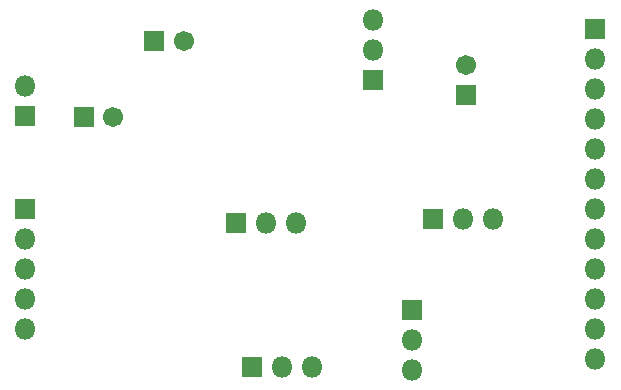
<source format=gbs>
G04 #@! TF.FileFunction,Soldermask,Bot*
%FSLAX46Y46*%
G04 Gerber Fmt 4.6, Leading zero omitted, Abs format (unit mm)*
G04 Created by KiCad (PCBNEW 4.0.7) date Friday, March 30, 2018 'PMt' 08:41:18 PM*
%MOMM*%
%LPD*%
G01*
G04 APERTURE LIST*
%ADD10C,0.100000*%
%ADD11R,1.701600X1.701600*%
%ADD12C,1.701600*%
%ADD13R,1.801600X1.801600*%
%ADD14O,1.801600X1.801600*%
G04 APERTURE END LIST*
D10*
D11*
X105283000Y-125857000D03*
D12*
X107783000Y-125857000D03*
D11*
X111252000Y-119380000D03*
D12*
X113752000Y-119380000D03*
D11*
X137668000Y-123952000D03*
D12*
X137668000Y-121452000D03*
D13*
X100330000Y-125730000D03*
D14*
X100330000Y-123190000D03*
D13*
X148590000Y-118364000D03*
D14*
X148590000Y-120904000D03*
X148590000Y-123444000D03*
X148590000Y-125984000D03*
X148590000Y-128524000D03*
X148590000Y-131064000D03*
X148590000Y-133604000D03*
X148590000Y-136144000D03*
X148590000Y-138684000D03*
X148590000Y-141224000D03*
X148590000Y-143764000D03*
X148590000Y-146304000D03*
D13*
X129794000Y-122682000D03*
D14*
X129794000Y-120142000D03*
X129794000Y-117602000D03*
D13*
X133032500Y-142176500D03*
D14*
X133032500Y-144716500D03*
X133032500Y-147256500D03*
D13*
X118173500Y-134810500D03*
D14*
X120713500Y-134810500D03*
X123253500Y-134810500D03*
D13*
X119507000Y-147002500D03*
D14*
X122047000Y-147002500D03*
X124587000Y-147002500D03*
D13*
X134810500Y-134429500D03*
D14*
X137350500Y-134429500D03*
X139890500Y-134429500D03*
D13*
X100330000Y-133604000D03*
D14*
X100330000Y-136144000D03*
X100330000Y-138684000D03*
X100330000Y-141224000D03*
X100330000Y-143764000D03*
M02*

</source>
